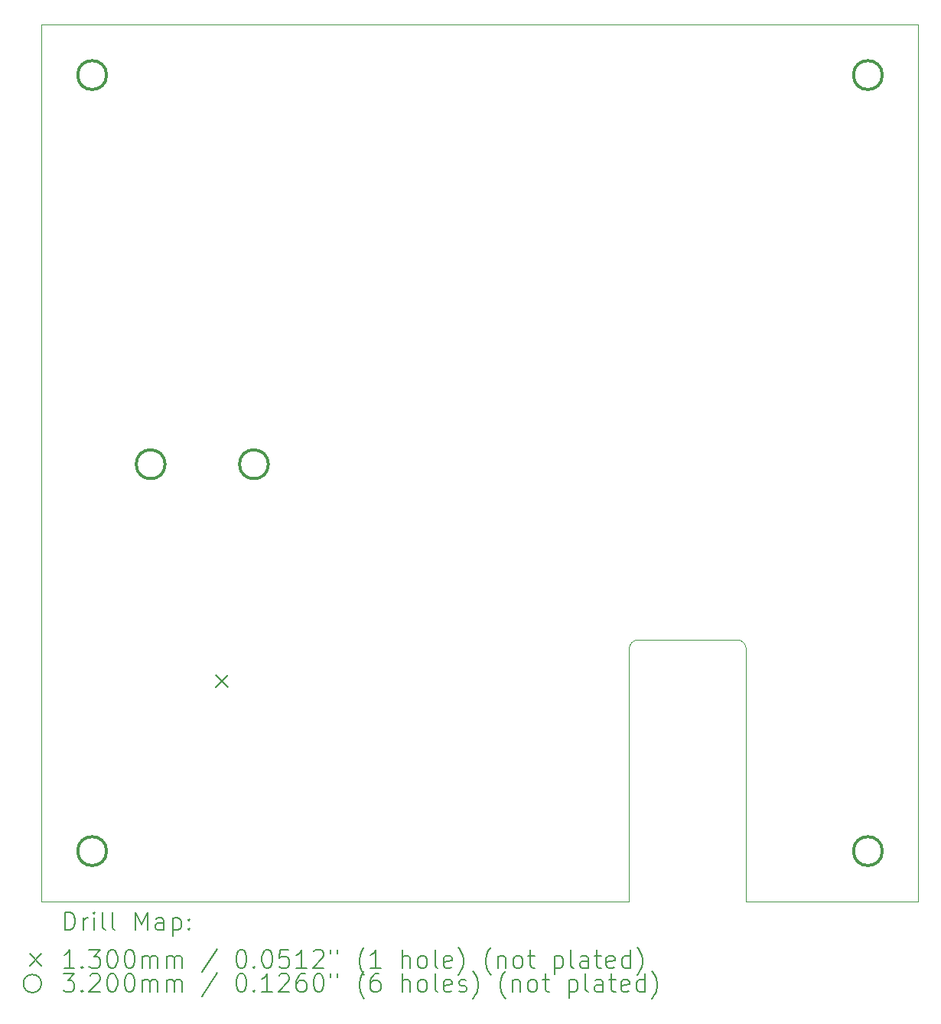
<source format=gbr>
%TF.GenerationSoftware,KiCad,Pcbnew,8.0.8*%
%TF.CreationDate,2025-06-01T20:52:05+02:00*%
%TF.ProjectId,DIYFAN_V1,44495946-414e-45f5-9631-2e6b69636164,rev?*%
%TF.SameCoordinates,Original*%
%TF.FileFunction,Drillmap*%
%TF.FilePolarity,Positive*%
%FSLAX45Y45*%
G04 Gerber Fmt 4.5, Leading zero omitted, Abs format (unit mm)*
G04 Created by KiCad (PCBNEW 8.0.8) date 2025-06-01 20:52:05*
%MOMM*%
%LPD*%
G01*
G04 APERTURE LIST*
%ADD10C,0.050000*%
%ADD11C,0.200000*%
%ADD12C,0.130000*%
%ADD13C,0.320000*%
G04 APERTURE END LIST*
D10*
X17830800Y-13589000D02*
X17830800Y-3886200D01*
X17830800Y-3886200D02*
X8128000Y-3886200D01*
X14630400Y-13589000D02*
X14630400Y-10795000D01*
X14732000Y-10693400D02*
X15824200Y-10693400D01*
X15925800Y-13589000D02*
X17830800Y-13589000D01*
X8128000Y-13589000D02*
X14630400Y-13589000D01*
X15824200Y-10693400D02*
G75*
G02*
X15925800Y-10795000I0J-101600D01*
G01*
X15925800Y-10795000D02*
X15925800Y-13589000D01*
X8128000Y-3886200D02*
X8128000Y-13589000D01*
X14630400Y-10795000D02*
G75*
G02*
X14732000Y-10693400I101600J0D01*
G01*
D11*
D12*
X10057000Y-11085600D02*
X10187000Y-11215600D01*
X10187000Y-11085600D02*
X10057000Y-11215600D01*
D13*
X8846800Y-4445000D02*
G75*
G02*
X8526800Y-4445000I-160000J0D01*
G01*
X8526800Y-4445000D02*
G75*
G02*
X8846800Y-4445000I160000J0D01*
G01*
X8846800Y-13030200D02*
G75*
G02*
X8526800Y-13030200I-160000J0D01*
G01*
X8526800Y-13030200D02*
G75*
G02*
X8846800Y-13030200I160000J0D01*
G01*
X9494500Y-8750800D02*
G75*
G02*
X9174500Y-8750800I-160000J0D01*
G01*
X9174500Y-8750800D02*
G75*
G02*
X9494500Y-8750800I160000J0D01*
G01*
X10637500Y-8750800D02*
G75*
G02*
X10317500Y-8750800I-160000J0D01*
G01*
X10317500Y-8750800D02*
G75*
G02*
X10637500Y-8750800I160000J0D01*
G01*
X17432000Y-4445000D02*
G75*
G02*
X17112000Y-4445000I-160000J0D01*
G01*
X17112000Y-4445000D02*
G75*
G02*
X17432000Y-4445000I160000J0D01*
G01*
X17432000Y-13030200D02*
G75*
G02*
X17112000Y-13030200I-160000J0D01*
G01*
X17112000Y-13030200D02*
G75*
G02*
X17432000Y-13030200I160000J0D01*
G01*
D11*
X8386277Y-13902984D02*
X8386277Y-13702984D01*
X8386277Y-13702984D02*
X8433896Y-13702984D01*
X8433896Y-13702984D02*
X8462467Y-13712508D01*
X8462467Y-13712508D02*
X8481515Y-13731555D01*
X8481515Y-13731555D02*
X8491039Y-13750603D01*
X8491039Y-13750603D02*
X8500563Y-13788698D01*
X8500563Y-13788698D02*
X8500563Y-13817269D01*
X8500563Y-13817269D02*
X8491039Y-13855365D01*
X8491039Y-13855365D02*
X8481515Y-13874412D01*
X8481515Y-13874412D02*
X8462467Y-13893460D01*
X8462467Y-13893460D02*
X8433896Y-13902984D01*
X8433896Y-13902984D02*
X8386277Y-13902984D01*
X8586277Y-13902984D02*
X8586277Y-13769650D01*
X8586277Y-13807746D02*
X8595801Y-13788698D01*
X8595801Y-13788698D02*
X8605324Y-13779174D01*
X8605324Y-13779174D02*
X8624372Y-13769650D01*
X8624372Y-13769650D02*
X8643420Y-13769650D01*
X8710086Y-13902984D02*
X8710086Y-13769650D01*
X8710086Y-13702984D02*
X8700563Y-13712508D01*
X8700563Y-13712508D02*
X8710086Y-13722031D01*
X8710086Y-13722031D02*
X8719610Y-13712508D01*
X8719610Y-13712508D02*
X8710086Y-13702984D01*
X8710086Y-13702984D02*
X8710086Y-13722031D01*
X8833896Y-13902984D02*
X8814848Y-13893460D01*
X8814848Y-13893460D02*
X8805324Y-13874412D01*
X8805324Y-13874412D02*
X8805324Y-13702984D01*
X8938658Y-13902984D02*
X8919610Y-13893460D01*
X8919610Y-13893460D02*
X8910086Y-13874412D01*
X8910086Y-13874412D02*
X8910086Y-13702984D01*
X9167229Y-13902984D02*
X9167229Y-13702984D01*
X9167229Y-13702984D02*
X9233896Y-13845841D01*
X9233896Y-13845841D02*
X9300563Y-13702984D01*
X9300563Y-13702984D02*
X9300563Y-13902984D01*
X9481515Y-13902984D02*
X9481515Y-13798222D01*
X9481515Y-13798222D02*
X9471991Y-13779174D01*
X9471991Y-13779174D02*
X9452944Y-13769650D01*
X9452944Y-13769650D02*
X9414848Y-13769650D01*
X9414848Y-13769650D02*
X9395801Y-13779174D01*
X9481515Y-13893460D02*
X9462467Y-13902984D01*
X9462467Y-13902984D02*
X9414848Y-13902984D01*
X9414848Y-13902984D02*
X9395801Y-13893460D01*
X9395801Y-13893460D02*
X9386277Y-13874412D01*
X9386277Y-13874412D02*
X9386277Y-13855365D01*
X9386277Y-13855365D02*
X9395801Y-13836317D01*
X9395801Y-13836317D02*
X9414848Y-13826793D01*
X9414848Y-13826793D02*
X9462467Y-13826793D01*
X9462467Y-13826793D02*
X9481515Y-13817269D01*
X9576753Y-13769650D02*
X9576753Y-13969650D01*
X9576753Y-13779174D02*
X9595801Y-13769650D01*
X9595801Y-13769650D02*
X9633896Y-13769650D01*
X9633896Y-13769650D02*
X9652944Y-13779174D01*
X9652944Y-13779174D02*
X9662467Y-13788698D01*
X9662467Y-13788698D02*
X9671991Y-13807746D01*
X9671991Y-13807746D02*
X9671991Y-13864888D01*
X9671991Y-13864888D02*
X9662467Y-13883936D01*
X9662467Y-13883936D02*
X9652944Y-13893460D01*
X9652944Y-13893460D02*
X9633896Y-13902984D01*
X9633896Y-13902984D02*
X9595801Y-13902984D01*
X9595801Y-13902984D02*
X9576753Y-13893460D01*
X9757705Y-13883936D02*
X9767229Y-13893460D01*
X9767229Y-13893460D02*
X9757705Y-13902984D01*
X9757705Y-13902984D02*
X9748182Y-13893460D01*
X9748182Y-13893460D02*
X9757705Y-13883936D01*
X9757705Y-13883936D02*
X9757705Y-13902984D01*
X9757705Y-13779174D02*
X9767229Y-13788698D01*
X9767229Y-13788698D02*
X9757705Y-13798222D01*
X9757705Y-13798222D02*
X9748182Y-13788698D01*
X9748182Y-13788698D02*
X9757705Y-13779174D01*
X9757705Y-13779174D02*
X9757705Y-13798222D01*
D12*
X7995500Y-14166500D02*
X8125500Y-14296500D01*
X8125500Y-14166500D02*
X7995500Y-14296500D01*
D11*
X8491039Y-14322984D02*
X8376753Y-14322984D01*
X8433896Y-14322984D02*
X8433896Y-14122984D01*
X8433896Y-14122984D02*
X8414848Y-14151555D01*
X8414848Y-14151555D02*
X8395801Y-14170603D01*
X8395801Y-14170603D02*
X8376753Y-14180127D01*
X8576753Y-14303936D02*
X8586277Y-14313460D01*
X8586277Y-14313460D02*
X8576753Y-14322984D01*
X8576753Y-14322984D02*
X8567229Y-14313460D01*
X8567229Y-14313460D02*
X8576753Y-14303936D01*
X8576753Y-14303936D02*
X8576753Y-14322984D01*
X8652944Y-14122984D02*
X8776753Y-14122984D01*
X8776753Y-14122984D02*
X8710086Y-14199174D01*
X8710086Y-14199174D02*
X8738658Y-14199174D01*
X8738658Y-14199174D02*
X8757705Y-14208698D01*
X8757705Y-14208698D02*
X8767229Y-14218222D01*
X8767229Y-14218222D02*
X8776753Y-14237269D01*
X8776753Y-14237269D02*
X8776753Y-14284888D01*
X8776753Y-14284888D02*
X8767229Y-14303936D01*
X8767229Y-14303936D02*
X8757705Y-14313460D01*
X8757705Y-14313460D02*
X8738658Y-14322984D01*
X8738658Y-14322984D02*
X8681515Y-14322984D01*
X8681515Y-14322984D02*
X8662467Y-14313460D01*
X8662467Y-14313460D02*
X8652944Y-14303936D01*
X8900563Y-14122984D02*
X8919610Y-14122984D01*
X8919610Y-14122984D02*
X8938658Y-14132508D01*
X8938658Y-14132508D02*
X8948182Y-14142031D01*
X8948182Y-14142031D02*
X8957705Y-14161079D01*
X8957705Y-14161079D02*
X8967229Y-14199174D01*
X8967229Y-14199174D02*
X8967229Y-14246793D01*
X8967229Y-14246793D02*
X8957705Y-14284888D01*
X8957705Y-14284888D02*
X8948182Y-14303936D01*
X8948182Y-14303936D02*
X8938658Y-14313460D01*
X8938658Y-14313460D02*
X8919610Y-14322984D01*
X8919610Y-14322984D02*
X8900563Y-14322984D01*
X8900563Y-14322984D02*
X8881515Y-14313460D01*
X8881515Y-14313460D02*
X8871991Y-14303936D01*
X8871991Y-14303936D02*
X8862467Y-14284888D01*
X8862467Y-14284888D02*
X8852944Y-14246793D01*
X8852944Y-14246793D02*
X8852944Y-14199174D01*
X8852944Y-14199174D02*
X8862467Y-14161079D01*
X8862467Y-14161079D02*
X8871991Y-14142031D01*
X8871991Y-14142031D02*
X8881515Y-14132508D01*
X8881515Y-14132508D02*
X8900563Y-14122984D01*
X9091039Y-14122984D02*
X9110086Y-14122984D01*
X9110086Y-14122984D02*
X9129134Y-14132508D01*
X9129134Y-14132508D02*
X9138658Y-14142031D01*
X9138658Y-14142031D02*
X9148182Y-14161079D01*
X9148182Y-14161079D02*
X9157705Y-14199174D01*
X9157705Y-14199174D02*
X9157705Y-14246793D01*
X9157705Y-14246793D02*
X9148182Y-14284888D01*
X9148182Y-14284888D02*
X9138658Y-14303936D01*
X9138658Y-14303936D02*
X9129134Y-14313460D01*
X9129134Y-14313460D02*
X9110086Y-14322984D01*
X9110086Y-14322984D02*
X9091039Y-14322984D01*
X9091039Y-14322984D02*
X9071991Y-14313460D01*
X9071991Y-14313460D02*
X9062467Y-14303936D01*
X9062467Y-14303936D02*
X9052944Y-14284888D01*
X9052944Y-14284888D02*
X9043420Y-14246793D01*
X9043420Y-14246793D02*
X9043420Y-14199174D01*
X9043420Y-14199174D02*
X9052944Y-14161079D01*
X9052944Y-14161079D02*
X9062467Y-14142031D01*
X9062467Y-14142031D02*
X9071991Y-14132508D01*
X9071991Y-14132508D02*
X9091039Y-14122984D01*
X9243420Y-14322984D02*
X9243420Y-14189650D01*
X9243420Y-14208698D02*
X9252944Y-14199174D01*
X9252944Y-14199174D02*
X9271991Y-14189650D01*
X9271991Y-14189650D02*
X9300563Y-14189650D01*
X9300563Y-14189650D02*
X9319610Y-14199174D01*
X9319610Y-14199174D02*
X9329134Y-14218222D01*
X9329134Y-14218222D02*
X9329134Y-14322984D01*
X9329134Y-14218222D02*
X9338658Y-14199174D01*
X9338658Y-14199174D02*
X9357705Y-14189650D01*
X9357705Y-14189650D02*
X9386277Y-14189650D01*
X9386277Y-14189650D02*
X9405325Y-14199174D01*
X9405325Y-14199174D02*
X9414848Y-14218222D01*
X9414848Y-14218222D02*
X9414848Y-14322984D01*
X9510086Y-14322984D02*
X9510086Y-14189650D01*
X9510086Y-14208698D02*
X9519610Y-14199174D01*
X9519610Y-14199174D02*
X9538658Y-14189650D01*
X9538658Y-14189650D02*
X9567229Y-14189650D01*
X9567229Y-14189650D02*
X9586277Y-14199174D01*
X9586277Y-14199174D02*
X9595801Y-14218222D01*
X9595801Y-14218222D02*
X9595801Y-14322984D01*
X9595801Y-14218222D02*
X9605325Y-14199174D01*
X9605325Y-14199174D02*
X9624372Y-14189650D01*
X9624372Y-14189650D02*
X9652944Y-14189650D01*
X9652944Y-14189650D02*
X9671991Y-14199174D01*
X9671991Y-14199174D02*
X9681515Y-14218222D01*
X9681515Y-14218222D02*
X9681515Y-14322984D01*
X10071991Y-14113460D02*
X9900563Y-14370603D01*
X10329134Y-14122984D02*
X10348182Y-14122984D01*
X10348182Y-14122984D02*
X10367229Y-14132508D01*
X10367229Y-14132508D02*
X10376753Y-14142031D01*
X10376753Y-14142031D02*
X10386277Y-14161079D01*
X10386277Y-14161079D02*
X10395801Y-14199174D01*
X10395801Y-14199174D02*
X10395801Y-14246793D01*
X10395801Y-14246793D02*
X10386277Y-14284888D01*
X10386277Y-14284888D02*
X10376753Y-14303936D01*
X10376753Y-14303936D02*
X10367229Y-14313460D01*
X10367229Y-14313460D02*
X10348182Y-14322984D01*
X10348182Y-14322984D02*
X10329134Y-14322984D01*
X10329134Y-14322984D02*
X10310087Y-14313460D01*
X10310087Y-14313460D02*
X10300563Y-14303936D01*
X10300563Y-14303936D02*
X10291039Y-14284888D01*
X10291039Y-14284888D02*
X10281515Y-14246793D01*
X10281515Y-14246793D02*
X10281515Y-14199174D01*
X10281515Y-14199174D02*
X10291039Y-14161079D01*
X10291039Y-14161079D02*
X10300563Y-14142031D01*
X10300563Y-14142031D02*
X10310087Y-14132508D01*
X10310087Y-14132508D02*
X10329134Y-14122984D01*
X10481515Y-14303936D02*
X10491039Y-14313460D01*
X10491039Y-14313460D02*
X10481515Y-14322984D01*
X10481515Y-14322984D02*
X10471991Y-14313460D01*
X10471991Y-14313460D02*
X10481515Y-14303936D01*
X10481515Y-14303936D02*
X10481515Y-14322984D01*
X10614848Y-14122984D02*
X10633896Y-14122984D01*
X10633896Y-14122984D02*
X10652944Y-14132508D01*
X10652944Y-14132508D02*
X10662468Y-14142031D01*
X10662468Y-14142031D02*
X10671991Y-14161079D01*
X10671991Y-14161079D02*
X10681515Y-14199174D01*
X10681515Y-14199174D02*
X10681515Y-14246793D01*
X10681515Y-14246793D02*
X10671991Y-14284888D01*
X10671991Y-14284888D02*
X10662468Y-14303936D01*
X10662468Y-14303936D02*
X10652944Y-14313460D01*
X10652944Y-14313460D02*
X10633896Y-14322984D01*
X10633896Y-14322984D02*
X10614848Y-14322984D01*
X10614848Y-14322984D02*
X10595801Y-14313460D01*
X10595801Y-14313460D02*
X10586277Y-14303936D01*
X10586277Y-14303936D02*
X10576753Y-14284888D01*
X10576753Y-14284888D02*
X10567229Y-14246793D01*
X10567229Y-14246793D02*
X10567229Y-14199174D01*
X10567229Y-14199174D02*
X10576753Y-14161079D01*
X10576753Y-14161079D02*
X10586277Y-14142031D01*
X10586277Y-14142031D02*
X10595801Y-14132508D01*
X10595801Y-14132508D02*
X10614848Y-14122984D01*
X10862468Y-14122984D02*
X10767229Y-14122984D01*
X10767229Y-14122984D02*
X10757706Y-14218222D01*
X10757706Y-14218222D02*
X10767229Y-14208698D01*
X10767229Y-14208698D02*
X10786277Y-14199174D01*
X10786277Y-14199174D02*
X10833896Y-14199174D01*
X10833896Y-14199174D02*
X10852944Y-14208698D01*
X10852944Y-14208698D02*
X10862468Y-14218222D01*
X10862468Y-14218222D02*
X10871991Y-14237269D01*
X10871991Y-14237269D02*
X10871991Y-14284888D01*
X10871991Y-14284888D02*
X10862468Y-14303936D01*
X10862468Y-14303936D02*
X10852944Y-14313460D01*
X10852944Y-14313460D02*
X10833896Y-14322984D01*
X10833896Y-14322984D02*
X10786277Y-14322984D01*
X10786277Y-14322984D02*
X10767229Y-14313460D01*
X10767229Y-14313460D02*
X10757706Y-14303936D01*
X11062468Y-14322984D02*
X10948182Y-14322984D01*
X11005325Y-14322984D02*
X11005325Y-14122984D01*
X11005325Y-14122984D02*
X10986277Y-14151555D01*
X10986277Y-14151555D02*
X10967229Y-14170603D01*
X10967229Y-14170603D02*
X10948182Y-14180127D01*
X11138658Y-14142031D02*
X11148182Y-14132508D01*
X11148182Y-14132508D02*
X11167229Y-14122984D01*
X11167229Y-14122984D02*
X11214848Y-14122984D01*
X11214848Y-14122984D02*
X11233896Y-14132508D01*
X11233896Y-14132508D02*
X11243420Y-14142031D01*
X11243420Y-14142031D02*
X11252944Y-14161079D01*
X11252944Y-14161079D02*
X11252944Y-14180127D01*
X11252944Y-14180127D02*
X11243420Y-14208698D01*
X11243420Y-14208698D02*
X11129134Y-14322984D01*
X11129134Y-14322984D02*
X11252944Y-14322984D01*
X11329134Y-14122984D02*
X11329134Y-14161079D01*
X11405325Y-14122984D02*
X11405325Y-14161079D01*
X11700563Y-14399174D02*
X11691039Y-14389650D01*
X11691039Y-14389650D02*
X11671991Y-14361079D01*
X11671991Y-14361079D02*
X11662468Y-14342031D01*
X11662468Y-14342031D02*
X11652944Y-14313460D01*
X11652944Y-14313460D02*
X11643420Y-14265841D01*
X11643420Y-14265841D02*
X11643420Y-14227746D01*
X11643420Y-14227746D02*
X11652944Y-14180127D01*
X11652944Y-14180127D02*
X11662468Y-14151555D01*
X11662468Y-14151555D02*
X11671991Y-14132508D01*
X11671991Y-14132508D02*
X11691039Y-14103936D01*
X11691039Y-14103936D02*
X11700563Y-14094412D01*
X11881515Y-14322984D02*
X11767229Y-14322984D01*
X11824372Y-14322984D02*
X11824372Y-14122984D01*
X11824372Y-14122984D02*
X11805325Y-14151555D01*
X11805325Y-14151555D02*
X11786277Y-14170603D01*
X11786277Y-14170603D02*
X11767229Y-14180127D01*
X12119610Y-14322984D02*
X12119610Y-14122984D01*
X12205325Y-14322984D02*
X12205325Y-14218222D01*
X12205325Y-14218222D02*
X12195801Y-14199174D01*
X12195801Y-14199174D02*
X12176753Y-14189650D01*
X12176753Y-14189650D02*
X12148182Y-14189650D01*
X12148182Y-14189650D02*
X12129134Y-14199174D01*
X12129134Y-14199174D02*
X12119610Y-14208698D01*
X12329134Y-14322984D02*
X12310087Y-14313460D01*
X12310087Y-14313460D02*
X12300563Y-14303936D01*
X12300563Y-14303936D02*
X12291039Y-14284888D01*
X12291039Y-14284888D02*
X12291039Y-14227746D01*
X12291039Y-14227746D02*
X12300563Y-14208698D01*
X12300563Y-14208698D02*
X12310087Y-14199174D01*
X12310087Y-14199174D02*
X12329134Y-14189650D01*
X12329134Y-14189650D02*
X12357706Y-14189650D01*
X12357706Y-14189650D02*
X12376753Y-14199174D01*
X12376753Y-14199174D02*
X12386277Y-14208698D01*
X12386277Y-14208698D02*
X12395801Y-14227746D01*
X12395801Y-14227746D02*
X12395801Y-14284888D01*
X12395801Y-14284888D02*
X12386277Y-14303936D01*
X12386277Y-14303936D02*
X12376753Y-14313460D01*
X12376753Y-14313460D02*
X12357706Y-14322984D01*
X12357706Y-14322984D02*
X12329134Y-14322984D01*
X12510087Y-14322984D02*
X12491039Y-14313460D01*
X12491039Y-14313460D02*
X12481515Y-14294412D01*
X12481515Y-14294412D02*
X12481515Y-14122984D01*
X12662468Y-14313460D02*
X12643420Y-14322984D01*
X12643420Y-14322984D02*
X12605325Y-14322984D01*
X12605325Y-14322984D02*
X12586277Y-14313460D01*
X12586277Y-14313460D02*
X12576753Y-14294412D01*
X12576753Y-14294412D02*
X12576753Y-14218222D01*
X12576753Y-14218222D02*
X12586277Y-14199174D01*
X12586277Y-14199174D02*
X12605325Y-14189650D01*
X12605325Y-14189650D02*
X12643420Y-14189650D01*
X12643420Y-14189650D02*
X12662468Y-14199174D01*
X12662468Y-14199174D02*
X12671991Y-14218222D01*
X12671991Y-14218222D02*
X12671991Y-14237269D01*
X12671991Y-14237269D02*
X12576753Y-14256317D01*
X12738658Y-14399174D02*
X12748182Y-14389650D01*
X12748182Y-14389650D02*
X12767230Y-14361079D01*
X12767230Y-14361079D02*
X12776753Y-14342031D01*
X12776753Y-14342031D02*
X12786277Y-14313460D01*
X12786277Y-14313460D02*
X12795801Y-14265841D01*
X12795801Y-14265841D02*
X12795801Y-14227746D01*
X12795801Y-14227746D02*
X12786277Y-14180127D01*
X12786277Y-14180127D02*
X12776753Y-14151555D01*
X12776753Y-14151555D02*
X12767230Y-14132508D01*
X12767230Y-14132508D02*
X12748182Y-14103936D01*
X12748182Y-14103936D02*
X12738658Y-14094412D01*
X13100563Y-14399174D02*
X13091039Y-14389650D01*
X13091039Y-14389650D02*
X13071991Y-14361079D01*
X13071991Y-14361079D02*
X13062468Y-14342031D01*
X13062468Y-14342031D02*
X13052944Y-14313460D01*
X13052944Y-14313460D02*
X13043420Y-14265841D01*
X13043420Y-14265841D02*
X13043420Y-14227746D01*
X13043420Y-14227746D02*
X13052944Y-14180127D01*
X13052944Y-14180127D02*
X13062468Y-14151555D01*
X13062468Y-14151555D02*
X13071991Y-14132508D01*
X13071991Y-14132508D02*
X13091039Y-14103936D01*
X13091039Y-14103936D02*
X13100563Y-14094412D01*
X13176753Y-14189650D02*
X13176753Y-14322984D01*
X13176753Y-14208698D02*
X13186277Y-14199174D01*
X13186277Y-14199174D02*
X13205325Y-14189650D01*
X13205325Y-14189650D02*
X13233896Y-14189650D01*
X13233896Y-14189650D02*
X13252944Y-14199174D01*
X13252944Y-14199174D02*
X13262468Y-14218222D01*
X13262468Y-14218222D02*
X13262468Y-14322984D01*
X13386277Y-14322984D02*
X13367230Y-14313460D01*
X13367230Y-14313460D02*
X13357706Y-14303936D01*
X13357706Y-14303936D02*
X13348182Y-14284888D01*
X13348182Y-14284888D02*
X13348182Y-14227746D01*
X13348182Y-14227746D02*
X13357706Y-14208698D01*
X13357706Y-14208698D02*
X13367230Y-14199174D01*
X13367230Y-14199174D02*
X13386277Y-14189650D01*
X13386277Y-14189650D02*
X13414849Y-14189650D01*
X13414849Y-14189650D02*
X13433896Y-14199174D01*
X13433896Y-14199174D02*
X13443420Y-14208698D01*
X13443420Y-14208698D02*
X13452944Y-14227746D01*
X13452944Y-14227746D02*
X13452944Y-14284888D01*
X13452944Y-14284888D02*
X13443420Y-14303936D01*
X13443420Y-14303936D02*
X13433896Y-14313460D01*
X13433896Y-14313460D02*
X13414849Y-14322984D01*
X13414849Y-14322984D02*
X13386277Y-14322984D01*
X13510087Y-14189650D02*
X13586277Y-14189650D01*
X13538658Y-14122984D02*
X13538658Y-14294412D01*
X13538658Y-14294412D02*
X13548182Y-14313460D01*
X13548182Y-14313460D02*
X13567230Y-14322984D01*
X13567230Y-14322984D02*
X13586277Y-14322984D01*
X13805325Y-14189650D02*
X13805325Y-14389650D01*
X13805325Y-14199174D02*
X13824372Y-14189650D01*
X13824372Y-14189650D02*
X13862468Y-14189650D01*
X13862468Y-14189650D02*
X13881515Y-14199174D01*
X13881515Y-14199174D02*
X13891039Y-14208698D01*
X13891039Y-14208698D02*
X13900563Y-14227746D01*
X13900563Y-14227746D02*
X13900563Y-14284888D01*
X13900563Y-14284888D02*
X13891039Y-14303936D01*
X13891039Y-14303936D02*
X13881515Y-14313460D01*
X13881515Y-14313460D02*
X13862468Y-14322984D01*
X13862468Y-14322984D02*
X13824372Y-14322984D01*
X13824372Y-14322984D02*
X13805325Y-14313460D01*
X14014849Y-14322984D02*
X13995801Y-14313460D01*
X13995801Y-14313460D02*
X13986277Y-14294412D01*
X13986277Y-14294412D02*
X13986277Y-14122984D01*
X14176753Y-14322984D02*
X14176753Y-14218222D01*
X14176753Y-14218222D02*
X14167230Y-14199174D01*
X14167230Y-14199174D02*
X14148182Y-14189650D01*
X14148182Y-14189650D02*
X14110087Y-14189650D01*
X14110087Y-14189650D02*
X14091039Y-14199174D01*
X14176753Y-14313460D02*
X14157706Y-14322984D01*
X14157706Y-14322984D02*
X14110087Y-14322984D01*
X14110087Y-14322984D02*
X14091039Y-14313460D01*
X14091039Y-14313460D02*
X14081515Y-14294412D01*
X14081515Y-14294412D02*
X14081515Y-14275365D01*
X14081515Y-14275365D02*
X14091039Y-14256317D01*
X14091039Y-14256317D02*
X14110087Y-14246793D01*
X14110087Y-14246793D02*
X14157706Y-14246793D01*
X14157706Y-14246793D02*
X14176753Y-14237269D01*
X14243420Y-14189650D02*
X14319611Y-14189650D01*
X14271992Y-14122984D02*
X14271992Y-14294412D01*
X14271992Y-14294412D02*
X14281515Y-14313460D01*
X14281515Y-14313460D02*
X14300563Y-14322984D01*
X14300563Y-14322984D02*
X14319611Y-14322984D01*
X14462468Y-14313460D02*
X14443420Y-14322984D01*
X14443420Y-14322984D02*
X14405325Y-14322984D01*
X14405325Y-14322984D02*
X14386277Y-14313460D01*
X14386277Y-14313460D02*
X14376753Y-14294412D01*
X14376753Y-14294412D02*
X14376753Y-14218222D01*
X14376753Y-14218222D02*
X14386277Y-14199174D01*
X14386277Y-14199174D02*
X14405325Y-14189650D01*
X14405325Y-14189650D02*
X14443420Y-14189650D01*
X14443420Y-14189650D02*
X14462468Y-14199174D01*
X14462468Y-14199174D02*
X14471992Y-14218222D01*
X14471992Y-14218222D02*
X14471992Y-14237269D01*
X14471992Y-14237269D02*
X14376753Y-14256317D01*
X14643420Y-14322984D02*
X14643420Y-14122984D01*
X14643420Y-14313460D02*
X14624373Y-14322984D01*
X14624373Y-14322984D02*
X14586277Y-14322984D01*
X14586277Y-14322984D02*
X14567230Y-14313460D01*
X14567230Y-14313460D02*
X14557706Y-14303936D01*
X14557706Y-14303936D02*
X14548182Y-14284888D01*
X14548182Y-14284888D02*
X14548182Y-14227746D01*
X14548182Y-14227746D02*
X14557706Y-14208698D01*
X14557706Y-14208698D02*
X14567230Y-14199174D01*
X14567230Y-14199174D02*
X14586277Y-14189650D01*
X14586277Y-14189650D02*
X14624373Y-14189650D01*
X14624373Y-14189650D02*
X14643420Y-14199174D01*
X14719611Y-14399174D02*
X14729134Y-14389650D01*
X14729134Y-14389650D02*
X14748182Y-14361079D01*
X14748182Y-14361079D02*
X14757706Y-14342031D01*
X14757706Y-14342031D02*
X14767230Y-14313460D01*
X14767230Y-14313460D02*
X14776753Y-14265841D01*
X14776753Y-14265841D02*
X14776753Y-14227746D01*
X14776753Y-14227746D02*
X14767230Y-14180127D01*
X14767230Y-14180127D02*
X14757706Y-14151555D01*
X14757706Y-14151555D02*
X14748182Y-14132508D01*
X14748182Y-14132508D02*
X14729134Y-14103936D01*
X14729134Y-14103936D02*
X14719611Y-14094412D01*
X8125500Y-14495500D02*
G75*
G02*
X7925500Y-14495500I-100000J0D01*
G01*
X7925500Y-14495500D02*
G75*
G02*
X8125500Y-14495500I100000J0D01*
G01*
X8367229Y-14386984D02*
X8491039Y-14386984D01*
X8491039Y-14386984D02*
X8424372Y-14463174D01*
X8424372Y-14463174D02*
X8452944Y-14463174D01*
X8452944Y-14463174D02*
X8471991Y-14472698D01*
X8471991Y-14472698D02*
X8481515Y-14482222D01*
X8481515Y-14482222D02*
X8491039Y-14501269D01*
X8491039Y-14501269D02*
X8491039Y-14548888D01*
X8491039Y-14548888D02*
X8481515Y-14567936D01*
X8481515Y-14567936D02*
X8471991Y-14577460D01*
X8471991Y-14577460D02*
X8452944Y-14586984D01*
X8452944Y-14586984D02*
X8395801Y-14586984D01*
X8395801Y-14586984D02*
X8376753Y-14577460D01*
X8376753Y-14577460D02*
X8367229Y-14567936D01*
X8576753Y-14567936D02*
X8586277Y-14577460D01*
X8586277Y-14577460D02*
X8576753Y-14586984D01*
X8576753Y-14586984D02*
X8567229Y-14577460D01*
X8567229Y-14577460D02*
X8576753Y-14567936D01*
X8576753Y-14567936D02*
X8576753Y-14586984D01*
X8662467Y-14406031D02*
X8671991Y-14396508D01*
X8671991Y-14396508D02*
X8691039Y-14386984D01*
X8691039Y-14386984D02*
X8738658Y-14386984D01*
X8738658Y-14386984D02*
X8757705Y-14396508D01*
X8757705Y-14396508D02*
X8767229Y-14406031D01*
X8767229Y-14406031D02*
X8776753Y-14425079D01*
X8776753Y-14425079D02*
X8776753Y-14444127D01*
X8776753Y-14444127D02*
X8767229Y-14472698D01*
X8767229Y-14472698D02*
X8652944Y-14586984D01*
X8652944Y-14586984D02*
X8776753Y-14586984D01*
X8900563Y-14386984D02*
X8919610Y-14386984D01*
X8919610Y-14386984D02*
X8938658Y-14396508D01*
X8938658Y-14396508D02*
X8948182Y-14406031D01*
X8948182Y-14406031D02*
X8957705Y-14425079D01*
X8957705Y-14425079D02*
X8967229Y-14463174D01*
X8967229Y-14463174D02*
X8967229Y-14510793D01*
X8967229Y-14510793D02*
X8957705Y-14548888D01*
X8957705Y-14548888D02*
X8948182Y-14567936D01*
X8948182Y-14567936D02*
X8938658Y-14577460D01*
X8938658Y-14577460D02*
X8919610Y-14586984D01*
X8919610Y-14586984D02*
X8900563Y-14586984D01*
X8900563Y-14586984D02*
X8881515Y-14577460D01*
X8881515Y-14577460D02*
X8871991Y-14567936D01*
X8871991Y-14567936D02*
X8862467Y-14548888D01*
X8862467Y-14548888D02*
X8852944Y-14510793D01*
X8852944Y-14510793D02*
X8852944Y-14463174D01*
X8852944Y-14463174D02*
X8862467Y-14425079D01*
X8862467Y-14425079D02*
X8871991Y-14406031D01*
X8871991Y-14406031D02*
X8881515Y-14396508D01*
X8881515Y-14396508D02*
X8900563Y-14386984D01*
X9091039Y-14386984D02*
X9110086Y-14386984D01*
X9110086Y-14386984D02*
X9129134Y-14396508D01*
X9129134Y-14396508D02*
X9138658Y-14406031D01*
X9138658Y-14406031D02*
X9148182Y-14425079D01*
X9148182Y-14425079D02*
X9157705Y-14463174D01*
X9157705Y-14463174D02*
X9157705Y-14510793D01*
X9157705Y-14510793D02*
X9148182Y-14548888D01*
X9148182Y-14548888D02*
X9138658Y-14567936D01*
X9138658Y-14567936D02*
X9129134Y-14577460D01*
X9129134Y-14577460D02*
X9110086Y-14586984D01*
X9110086Y-14586984D02*
X9091039Y-14586984D01*
X9091039Y-14586984D02*
X9071991Y-14577460D01*
X9071991Y-14577460D02*
X9062467Y-14567936D01*
X9062467Y-14567936D02*
X9052944Y-14548888D01*
X9052944Y-14548888D02*
X9043420Y-14510793D01*
X9043420Y-14510793D02*
X9043420Y-14463174D01*
X9043420Y-14463174D02*
X9052944Y-14425079D01*
X9052944Y-14425079D02*
X9062467Y-14406031D01*
X9062467Y-14406031D02*
X9071991Y-14396508D01*
X9071991Y-14396508D02*
X9091039Y-14386984D01*
X9243420Y-14586984D02*
X9243420Y-14453650D01*
X9243420Y-14472698D02*
X9252944Y-14463174D01*
X9252944Y-14463174D02*
X9271991Y-14453650D01*
X9271991Y-14453650D02*
X9300563Y-14453650D01*
X9300563Y-14453650D02*
X9319610Y-14463174D01*
X9319610Y-14463174D02*
X9329134Y-14482222D01*
X9329134Y-14482222D02*
X9329134Y-14586984D01*
X9329134Y-14482222D02*
X9338658Y-14463174D01*
X9338658Y-14463174D02*
X9357705Y-14453650D01*
X9357705Y-14453650D02*
X9386277Y-14453650D01*
X9386277Y-14453650D02*
X9405325Y-14463174D01*
X9405325Y-14463174D02*
X9414848Y-14482222D01*
X9414848Y-14482222D02*
X9414848Y-14586984D01*
X9510086Y-14586984D02*
X9510086Y-14453650D01*
X9510086Y-14472698D02*
X9519610Y-14463174D01*
X9519610Y-14463174D02*
X9538658Y-14453650D01*
X9538658Y-14453650D02*
X9567229Y-14453650D01*
X9567229Y-14453650D02*
X9586277Y-14463174D01*
X9586277Y-14463174D02*
X9595801Y-14482222D01*
X9595801Y-14482222D02*
X9595801Y-14586984D01*
X9595801Y-14482222D02*
X9605325Y-14463174D01*
X9605325Y-14463174D02*
X9624372Y-14453650D01*
X9624372Y-14453650D02*
X9652944Y-14453650D01*
X9652944Y-14453650D02*
X9671991Y-14463174D01*
X9671991Y-14463174D02*
X9681515Y-14482222D01*
X9681515Y-14482222D02*
X9681515Y-14586984D01*
X10071991Y-14377460D02*
X9900563Y-14634603D01*
X10329134Y-14386984D02*
X10348182Y-14386984D01*
X10348182Y-14386984D02*
X10367229Y-14396508D01*
X10367229Y-14396508D02*
X10376753Y-14406031D01*
X10376753Y-14406031D02*
X10386277Y-14425079D01*
X10386277Y-14425079D02*
X10395801Y-14463174D01*
X10395801Y-14463174D02*
X10395801Y-14510793D01*
X10395801Y-14510793D02*
X10386277Y-14548888D01*
X10386277Y-14548888D02*
X10376753Y-14567936D01*
X10376753Y-14567936D02*
X10367229Y-14577460D01*
X10367229Y-14577460D02*
X10348182Y-14586984D01*
X10348182Y-14586984D02*
X10329134Y-14586984D01*
X10329134Y-14586984D02*
X10310087Y-14577460D01*
X10310087Y-14577460D02*
X10300563Y-14567936D01*
X10300563Y-14567936D02*
X10291039Y-14548888D01*
X10291039Y-14548888D02*
X10281515Y-14510793D01*
X10281515Y-14510793D02*
X10281515Y-14463174D01*
X10281515Y-14463174D02*
X10291039Y-14425079D01*
X10291039Y-14425079D02*
X10300563Y-14406031D01*
X10300563Y-14406031D02*
X10310087Y-14396508D01*
X10310087Y-14396508D02*
X10329134Y-14386984D01*
X10481515Y-14567936D02*
X10491039Y-14577460D01*
X10491039Y-14577460D02*
X10481515Y-14586984D01*
X10481515Y-14586984D02*
X10471991Y-14577460D01*
X10471991Y-14577460D02*
X10481515Y-14567936D01*
X10481515Y-14567936D02*
X10481515Y-14586984D01*
X10681515Y-14586984D02*
X10567229Y-14586984D01*
X10624372Y-14586984D02*
X10624372Y-14386984D01*
X10624372Y-14386984D02*
X10605325Y-14415555D01*
X10605325Y-14415555D02*
X10586277Y-14434603D01*
X10586277Y-14434603D02*
X10567229Y-14444127D01*
X10757706Y-14406031D02*
X10767229Y-14396508D01*
X10767229Y-14396508D02*
X10786277Y-14386984D01*
X10786277Y-14386984D02*
X10833896Y-14386984D01*
X10833896Y-14386984D02*
X10852944Y-14396508D01*
X10852944Y-14396508D02*
X10862468Y-14406031D01*
X10862468Y-14406031D02*
X10871991Y-14425079D01*
X10871991Y-14425079D02*
X10871991Y-14444127D01*
X10871991Y-14444127D02*
X10862468Y-14472698D01*
X10862468Y-14472698D02*
X10748182Y-14586984D01*
X10748182Y-14586984D02*
X10871991Y-14586984D01*
X11043420Y-14386984D02*
X11005325Y-14386984D01*
X11005325Y-14386984D02*
X10986277Y-14396508D01*
X10986277Y-14396508D02*
X10976753Y-14406031D01*
X10976753Y-14406031D02*
X10957706Y-14434603D01*
X10957706Y-14434603D02*
X10948182Y-14472698D01*
X10948182Y-14472698D02*
X10948182Y-14548888D01*
X10948182Y-14548888D02*
X10957706Y-14567936D01*
X10957706Y-14567936D02*
X10967229Y-14577460D01*
X10967229Y-14577460D02*
X10986277Y-14586984D01*
X10986277Y-14586984D02*
X11024372Y-14586984D01*
X11024372Y-14586984D02*
X11043420Y-14577460D01*
X11043420Y-14577460D02*
X11052944Y-14567936D01*
X11052944Y-14567936D02*
X11062468Y-14548888D01*
X11062468Y-14548888D02*
X11062468Y-14501269D01*
X11062468Y-14501269D02*
X11052944Y-14482222D01*
X11052944Y-14482222D02*
X11043420Y-14472698D01*
X11043420Y-14472698D02*
X11024372Y-14463174D01*
X11024372Y-14463174D02*
X10986277Y-14463174D01*
X10986277Y-14463174D02*
X10967229Y-14472698D01*
X10967229Y-14472698D02*
X10957706Y-14482222D01*
X10957706Y-14482222D02*
X10948182Y-14501269D01*
X11186277Y-14386984D02*
X11205325Y-14386984D01*
X11205325Y-14386984D02*
X11224372Y-14396508D01*
X11224372Y-14396508D02*
X11233896Y-14406031D01*
X11233896Y-14406031D02*
X11243420Y-14425079D01*
X11243420Y-14425079D02*
X11252944Y-14463174D01*
X11252944Y-14463174D02*
X11252944Y-14510793D01*
X11252944Y-14510793D02*
X11243420Y-14548888D01*
X11243420Y-14548888D02*
X11233896Y-14567936D01*
X11233896Y-14567936D02*
X11224372Y-14577460D01*
X11224372Y-14577460D02*
X11205325Y-14586984D01*
X11205325Y-14586984D02*
X11186277Y-14586984D01*
X11186277Y-14586984D02*
X11167229Y-14577460D01*
X11167229Y-14577460D02*
X11157706Y-14567936D01*
X11157706Y-14567936D02*
X11148182Y-14548888D01*
X11148182Y-14548888D02*
X11138658Y-14510793D01*
X11138658Y-14510793D02*
X11138658Y-14463174D01*
X11138658Y-14463174D02*
X11148182Y-14425079D01*
X11148182Y-14425079D02*
X11157706Y-14406031D01*
X11157706Y-14406031D02*
X11167229Y-14396508D01*
X11167229Y-14396508D02*
X11186277Y-14386984D01*
X11329134Y-14386984D02*
X11329134Y-14425079D01*
X11405325Y-14386984D02*
X11405325Y-14425079D01*
X11700563Y-14663174D02*
X11691039Y-14653650D01*
X11691039Y-14653650D02*
X11671991Y-14625079D01*
X11671991Y-14625079D02*
X11662468Y-14606031D01*
X11662468Y-14606031D02*
X11652944Y-14577460D01*
X11652944Y-14577460D02*
X11643420Y-14529841D01*
X11643420Y-14529841D02*
X11643420Y-14491746D01*
X11643420Y-14491746D02*
X11652944Y-14444127D01*
X11652944Y-14444127D02*
X11662468Y-14415555D01*
X11662468Y-14415555D02*
X11671991Y-14396508D01*
X11671991Y-14396508D02*
X11691039Y-14367936D01*
X11691039Y-14367936D02*
X11700563Y-14358412D01*
X11862468Y-14386984D02*
X11824372Y-14386984D01*
X11824372Y-14386984D02*
X11805325Y-14396508D01*
X11805325Y-14396508D02*
X11795801Y-14406031D01*
X11795801Y-14406031D02*
X11776753Y-14434603D01*
X11776753Y-14434603D02*
X11767229Y-14472698D01*
X11767229Y-14472698D02*
X11767229Y-14548888D01*
X11767229Y-14548888D02*
X11776753Y-14567936D01*
X11776753Y-14567936D02*
X11786277Y-14577460D01*
X11786277Y-14577460D02*
X11805325Y-14586984D01*
X11805325Y-14586984D02*
X11843420Y-14586984D01*
X11843420Y-14586984D02*
X11862468Y-14577460D01*
X11862468Y-14577460D02*
X11871991Y-14567936D01*
X11871991Y-14567936D02*
X11881515Y-14548888D01*
X11881515Y-14548888D02*
X11881515Y-14501269D01*
X11881515Y-14501269D02*
X11871991Y-14482222D01*
X11871991Y-14482222D02*
X11862468Y-14472698D01*
X11862468Y-14472698D02*
X11843420Y-14463174D01*
X11843420Y-14463174D02*
X11805325Y-14463174D01*
X11805325Y-14463174D02*
X11786277Y-14472698D01*
X11786277Y-14472698D02*
X11776753Y-14482222D01*
X11776753Y-14482222D02*
X11767229Y-14501269D01*
X12119610Y-14586984D02*
X12119610Y-14386984D01*
X12205325Y-14586984D02*
X12205325Y-14482222D01*
X12205325Y-14482222D02*
X12195801Y-14463174D01*
X12195801Y-14463174D02*
X12176753Y-14453650D01*
X12176753Y-14453650D02*
X12148182Y-14453650D01*
X12148182Y-14453650D02*
X12129134Y-14463174D01*
X12129134Y-14463174D02*
X12119610Y-14472698D01*
X12329134Y-14586984D02*
X12310087Y-14577460D01*
X12310087Y-14577460D02*
X12300563Y-14567936D01*
X12300563Y-14567936D02*
X12291039Y-14548888D01*
X12291039Y-14548888D02*
X12291039Y-14491746D01*
X12291039Y-14491746D02*
X12300563Y-14472698D01*
X12300563Y-14472698D02*
X12310087Y-14463174D01*
X12310087Y-14463174D02*
X12329134Y-14453650D01*
X12329134Y-14453650D02*
X12357706Y-14453650D01*
X12357706Y-14453650D02*
X12376753Y-14463174D01*
X12376753Y-14463174D02*
X12386277Y-14472698D01*
X12386277Y-14472698D02*
X12395801Y-14491746D01*
X12395801Y-14491746D02*
X12395801Y-14548888D01*
X12395801Y-14548888D02*
X12386277Y-14567936D01*
X12386277Y-14567936D02*
X12376753Y-14577460D01*
X12376753Y-14577460D02*
X12357706Y-14586984D01*
X12357706Y-14586984D02*
X12329134Y-14586984D01*
X12510087Y-14586984D02*
X12491039Y-14577460D01*
X12491039Y-14577460D02*
X12481515Y-14558412D01*
X12481515Y-14558412D02*
X12481515Y-14386984D01*
X12662468Y-14577460D02*
X12643420Y-14586984D01*
X12643420Y-14586984D02*
X12605325Y-14586984D01*
X12605325Y-14586984D02*
X12586277Y-14577460D01*
X12586277Y-14577460D02*
X12576753Y-14558412D01*
X12576753Y-14558412D02*
X12576753Y-14482222D01*
X12576753Y-14482222D02*
X12586277Y-14463174D01*
X12586277Y-14463174D02*
X12605325Y-14453650D01*
X12605325Y-14453650D02*
X12643420Y-14453650D01*
X12643420Y-14453650D02*
X12662468Y-14463174D01*
X12662468Y-14463174D02*
X12671991Y-14482222D01*
X12671991Y-14482222D02*
X12671991Y-14501269D01*
X12671991Y-14501269D02*
X12576753Y-14520317D01*
X12748182Y-14577460D02*
X12767230Y-14586984D01*
X12767230Y-14586984D02*
X12805325Y-14586984D01*
X12805325Y-14586984D02*
X12824372Y-14577460D01*
X12824372Y-14577460D02*
X12833896Y-14558412D01*
X12833896Y-14558412D02*
X12833896Y-14548888D01*
X12833896Y-14548888D02*
X12824372Y-14529841D01*
X12824372Y-14529841D02*
X12805325Y-14520317D01*
X12805325Y-14520317D02*
X12776753Y-14520317D01*
X12776753Y-14520317D02*
X12757706Y-14510793D01*
X12757706Y-14510793D02*
X12748182Y-14491746D01*
X12748182Y-14491746D02*
X12748182Y-14482222D01*
X12748182Y-14482222D02*
X12757706Y-14463174D01*
X12757706Y-14463174D02*
X12776753Y-14453650D01*
X12776753Y-14453650D02*
X12805325Y-14453650D01*
X12805325Y-14453650D02*
X12824372Y-14463174D01*
X12900563Y-14663174D02*
X12910087Y-14653650D01*
X12910087Y-14653650D02*
X12929134Y-14625079D01*
X12929134Y-14625079D02*
X12938658Y-14606031D01*
X12938658Y-14606031D02*
X12948182Y-14577460D01*
X12948182Y-14577460D02*
X12957706Y-14529841D01*
X12957706Y-14529841D02*
X12957706Y-14491746D01*
X12957706Y-14491746D02*
X12948182Y-14444127D01*
X12948182Y-14444127D02*
X12938658Y-14415555D01*
X12938658Y-14415555D02*
X12929134Y-14396508D01*
X12929134Y-14396508D02*
X12910087Y-14367936D01*
X12910087Y-14367936D02*
X12900563Y-14358412D01*
X13262468Y-14663174D02*
X13252944Y-14653650D01*
X13252944Y-14653650D02*
X13233896Y-14625079D01*
X13233896Y-14625079D02*
X13224372Y-14606031D01*
X13224372Y-14606031D02*
X13214849Y-14577460D01*
X13214849Y-14577460D02*
X13205325Y-14529841D01*
X13205325Y-14529841D02*
X13205325Y-14491746D01*
X13205325Y-14491746D02*
X13214849Y-14444127D01*
X13214849Y-14444127D02*
X13224372Y-14415555D01*
X13224372Y-14415555D02*
X13233896Y-14396508D01*
X13233896Y-14396508D02*
X13252944Y-14367936D01*
X13252944Y-14367936D02*
X13262468Y-14358412D01*
X13338658Y-14453650D02*
X13338658Y-14586984D01*
X13338658Y-14472698D02*
X13348182Y-14463174D01*
X13348182Y-14463174D02*
X13367230Y-14453650D01*
X13367230Y-14453650D02*
X13395801Y-14453650D01*
X13395801Y-14453650D02*
X13414849Y-14463174D01*
X13414849Y-14463174D02*
X13424372Y-14482222D01*
X13424372Y-14482222D02*
X13424372Y-14586984D01*
X13548182Y-14586984D02*
X13529134Y-14577460D01*
X13529134Y-14577460D02*
X13519611Y-14567936D01*
X13519611Y-14567936D02*
X13510087Y-14548888D01*
X13510087Y-14548888D02*
X13510087Y-14491746D01*
X13510087Y-14491746D02*
X13519611Y-14472698D01*
X13519611Y-14472698D02*
X13529134Y-14463174D01*
X13529134Y-14463174D02*
X13548182Y-14453650D01*
X13548182Y-14453650D02*
X13576753Y-14453650D01*
X13576753Y-14453650D02*
X13595801Y-14463174D01*
X13595801Y-14463174D02*
X13605325Y-14472698D01*
X13605325Y-14472698D02*
X13614849Y-14491746D01*
X13614849Y-14491746D02*
X13614849Y-14548888D01*
X13614849Y-14548888D02*
X13605325Y-14567936D01*
X13605325Y-14567936D02*
X13595801Y-14577460D01*
X13595801Y-14577460D02*
X13576753Y-14586984D01*
X13576753Y-14586984D02*
X13548182Y-14586984D01*
X13671992Y-14453650D02*
X13748182Y-14453650D01*
X13700563Y-14386984D02*
X13700563Y-14558412D01*
X13700563Y-14558412D02*
X13710087Y-14577460D01*
X13710087Y-14577460D02*
X13729134Y-14586984D01*
X13729134Y-14586984D02*
X13748182Y-14586984D01*
X13967230Y-14453650D02*
X13967230Y-14653650D01*
X13967230Y-14463174D02*
X13986277Y-14453650D01*
X13986277Y-14453650D02*
X14024373Y-14453650D01*
X14024373Y-14453650D02*
X14043420Y-14463174D01*
X14043420Y-14463174D02*
X14052944Y-14472698D01*
X14052944Y-14472698D02*
X14062468Y-14491746D01*
X14062468Y-14491746D02*
X14062468Y-14548888D01*
X14062468Y-14548888D02*
X14052944Y-14567936D01*
X14052944Y-14567936D02*
X14043420Y-14577460D01*
X14043420Y-14577460D02*
X14024373Y-14586984D01*
X14024373Y-14586984D02*
X13986277Y-14586984D01*
X13986277Y-14586984D02*
X13967230Y-14577460D01*
X14176753Y-14586984D02*
X14157706Y-14577460D01*
X14157706Y-14577460D02*
X14148182Y-14558412D01*
X14148182Y-14558412D02*
X14148182Y-14386984D01*
X14338658Y-14586984D02*
X14338658Y-14482222D01*
X14338658Y-14482222D02*
X14329134Y-14463174D01*
X14329134Y-14463174D02*
X14310087Y-14453650D01*
X14310087Y-14453650D02*
X14271992Y-14453650D01*
X14271992Y-14453650D02*
X14252944Y-14463174D01*
X14338658Y-14577460D02*
X14319611Y-14586984D01*
X14319611Y-14586984D02*
X14271992Y-14586984D01*
X14271992Y-14586984D02*
X14252944Y-14577460D01*
X14252944Y-14577460D02*
X14243420Y-14558412D01*
X14243420Y-14558412D02*
X14243420Y-14539365D01*
X14243420Y-14539365D02*
X14252944Y-14520317D01*
X14252944Y-14520317D02*
X14271992Y-14510793D01*
X14271992Y-14510793D02*
X14319611Y-14510793D01*
X14319611Y-14510793D02*
X14338658Y-14501269D01*
X14405325Y-14453650D02*
X14481515Y-14453650D01*
X14433896Y-14386984D02*
X14433896Y-14558412D01*
X14433896Y-14558412D02*
X14443420Y-14577460D01*
X14443420Y-14577460D02*
X14462468Y-14586984D01*
X14462468Y-14586984D02*
X14481515Y-14586984D01*
X14624373Y-14577460D02*
X14605325Y-14586984D01*
X14605325Y-14586984D02*
X14567230Y-14586984D01*
X14567230Y-14586984D02*
X14548182Y-14577460D01*
X14548182Y-14577460D02*
X14538658Y-14558412D01*
X14538658Y-14558412D02*
X14538658Y-14482222D01*
X14538658Y-14482222D02*
X14548182Y-14463174D01*
X14548182Y-14463174D02*
X14567230Y-14453650D01*
X14567230Y-14453650D02*
X14605325Y-14453650D01*
X14605325Y-14453650D02*
X14624373Y-14463174D01*
X14624373Y-14463174D02*
X14633896Y-14482222D01*
X14633896Y-14482222D02*
X14633896Y-14501269D01*
X14633896Y-14501269D02*
X14538658Y-14520317D01*
X14805325Y-14586984D02*
X14805325Y-14386984D01*
X14805325Y-14577460D02*
X14786277Y-14586984D01*
X14786277Y-14586984D02*
X14748182Y-14586984D01*
X14748182Y-14586984D02*
X14729134Y-14577460D01*
X14729134Y-14577460D02*
X14719611Y-14567936D01*
X14719611Y-14567936D02*
X14710087Y-14548888D01*
X14710087Y-14548888D02*
X14710087Y-14491746D01*
X14710087Y-14491746D02*
X14719611Y-14472698D01*
X14719611Y-14472698D02*
X14729134Y-14463174D01*
X14729134Y-14463174D02*
X14748182Y-14453650D01*
X14748182Y-14453650D02*
X14786277Y-14453650D01*
X14786277Y-14453650D02*
X14805325Y-14463174D01*
X14881515Y-14663174D02*
X14891039Y-14653650D01*
X14891039Y-14653650D02*
X14910087Y-14625079D01*
X14910087Y-14625079D02*
X14919611Y-14606031D01*
X14919611Y-14606031D02*
X14929134Y-14577460D01*
X14929134Y-14577460D02*
X14938658Y-14529841D01*
X14938658Y-14529841D02*
X14938658Y-14491746D01*
X14938658Y-14491746D02*
X14929134Y-14444127D01*
X14929134Y-14444127D02*
X14919611Y-14415555D01*
X14919611Y-14415555D02*
X14910087Y-14396508D01*
X14910087Y-14396508D02*
X14891039Y-14367936D01*
X14891039Y-14367936D02*
X14881515Y-14358412D01*
M02*

</source>
